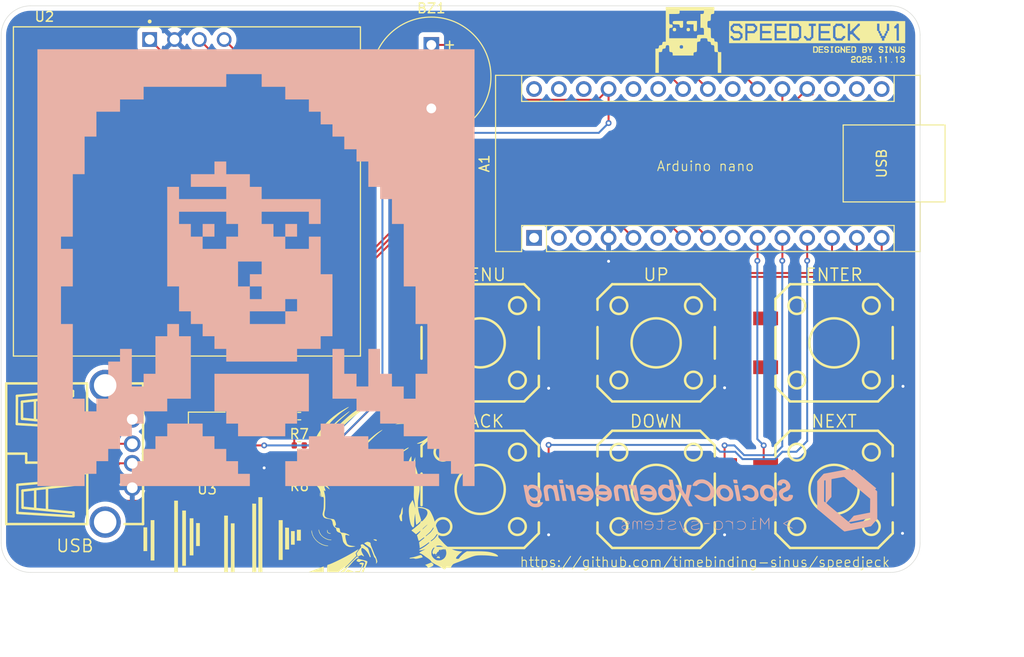
<source format=kicad_pcb>
(kicad_pcb (version 20241229) (generator "pcbnew") (generator_version "9.0")
  (title_block (title "CYBERNATOR's MODULE [Sensor]") (date "2025-09-16") (rev "1") (company "SOCIO-CYBEREENG") (comment 1 "CYBERNATOR") (comment 2 "S5-v1") (comment 3 "Made by CERCEL") (comment 4 "Sensor of Voice"))
  (layers (0 "F.Cu" signal) (2 "B.Cu" signal) (13 "F.Paste" user) (15 "B.Paste" user) (5 "F.SilkS" user "F.Silkscreen") (7 "B.SilkS" user "B.Silkscreen") (1 "F.Mask" user) (3 "B.Mask" user) (25 "Edge.Cuts" user))
  (net 0 "")
  (net 1 "GND")
  (net 2 "Net-(D1-A)")
  (net 3 "Net-(D2-A)")
  (net 7 "D2")
  (net 10 "D10")
  (net 11 "A1")
  (net 12 "A5")
  (net 13 "D8")
  (net 14 "A2")
  (net 17 "D9")
  (net 19 "+3.3V")
  (net 20 "D11")
  (net 23 "D12")
  (net 25 "D7")
  (net 26 "A0")
  (net 27 "D4")
  (net 31 "D5")
  (net 32 "A4")
  (net 33 "/Data-")
  (net 36 "/Data+")
  (net 37 "Net-(J1-VBUS)")
  (footprint "LED_SMD:LED_0402_1005Metric" (layer "F.Cu") (at 146.78 59.25)
    (property "Reference" "D1" (at 0 -1.17 0) (layer "F.SilkS"))
    (property "Value" "LED")
    (pad "1" smd roundrect (at -0.485 0) (size 0.59 0.64) (layers "F.Cu" "F.Mask" "F.Paste") (net 1 "GND"))
    (pad "2" smd roundrect (at 0.485 0) (size 0.59 0.64) (layers "F.Cu" "F.Mask" "F.Paste") (net 2 "Net-(D1-A)"))
  )
  (footprint "Resistor_SMD:R_0402_1005Metric" (layer "F.Cu") (at 135.49 82)
    (property "Reference" "R1" (at 0 -1.17 0) (layer "F.SilkS"))
    (property "Value" "2K2")
    (pad "1" smd roundrect (at -0.51 0) (size 0.54 0.64) (layers "F.Cu" "F.Mask" "F.Paste") (net 33 "/Data-"))
    (pad "2" smd roundrect (at 0.51 0) (size 0.54 0.64) (layers "F.Cu" "F.Mask" "F.Paste") (net 31 "D5"))
  )
  (footprint "SC:LCD_OLED_128X64_1.3_I2C" (layer "F.Cu") (at 124 59)
    (property "Reference" "U2" (at -14.575 -17.885 0) (layer "F.SilkS"))
    (property "Value" "Adafruit SSD1306 1.3 inch")
    (pad "1" thru_hole rect (at -3.81 -15.55) (size 1.508 1.508) (drill 1) (layers "*.Cu" "*.Mask") (net 19 "+3.3V"))
    (pad "2" thru_hole circle (at -1.27 -15.55) (size 1.508 1.508) (drill 1) (layers "*.Cu" "*.Mask") (net 1 "GND"))
    (pad "3" thru_hole circle (at 1.27 -15.55) (size 1.508 1.508) (drill 1) (layers "*.Cu" "*.Mask") (net 12 "A5"))
    (pad "4" thru_hole circle (at 3.81 -15.55) (size 1.508 1.508) (drill 1) (layers "*.Cu" "*.Mask") (net 32 "A4"))
  )
  (footprint "SC:SW-SMD_4P-L12.0-W12.0-P5.00-LS15.2" (layer "F.Cu") (at 172 89.5)
    (property "Reference" "DOWN" (at 0 -6.962 0) (layer "F.SilkS") (effects (font (size 1.27 1.27))))
    (property "Value" "SW_Push")
    (pad "1" smd rect (at -7 -2.4999) (size 2.54 1.4) (layers "F.Cu" "F.Mask" "F.Paste"))
    (pad "1" smd rect (at -7 2.4999) (size 2.54 1.4) (layers "F.Cu" "F.Mask" "F.Paste"))
    (pad "2" smd rect (at 7 -2.4999) (size 2.54 1.4) (layers "F.Cu" "F.Mask" "F.Paste") (net 13 "D8"))
    (pad "2" smd rect (at 7 2.4999) (size 2.54 1.4) (layers "F.Cu" "F.Mask" "F.Paste") (net 1 "GND"))
  )
  (footprint "Resistor_SMD:R_0402_1005Metric" (layer "F.Cu") (at 149.27 59.25)
    (property "Reference" "R3" (at 0 -1.17 0) (layer "F.SilkS"))
    (property "Value" "1K")
    (pad "1" smd roundrect (at -0.51 0) (size 0.54 0.64) (layers "F.Cu" "F.Mask" "F.Paste") (net 2 "Net-(D1-A)"))
    (pad "2" smd roundrect (at 0.51 0) (size 0.54 0.64) (layers "F.Cu" "F.Mask" "F.Paste") (net 26 "A0"))
  )
  (footprint "Module:Arduino_Nano" (layer "F.Cu") (at 159.512 63.754 90)
    (property "Reference" "A1" (at 7.62 -5.08 90) (layer "F.SilkS"))
    (property "Value" "Arduino_Nano_v3.x")
    (fp_text user "USB" (at 7.62 35.56 90) (layer "F.SilkS"))
    (pad "1" thru_hole rect (at 0 0 90) (size 1.6 1.6) (drill 1) (layers "*.Cu" "*.Mask"))
    (pad "2" thru_hole oval (at 0 2.54 90) (size 1.6 1.6) (drill 1) (layers "*.Cu" "*.Mask"))
    (pad "3" thru_hole oval (at 0 5.08 90) (size 1.6 1.6) (drill 1) (layers "*.Cu" "*.Mask"))
    (pad "4" thru_hole oval (at 0 7.62 90) (size 1.6 1.6) (drill 1) (layers "*.Cu" "*.Mask") (net 1 "GND"))
    (pad "5" thru_hole oval (at 0 10.16 90) (size 1.6 1.6) (drill 1) (layers "*.Cu" "*.Mask") (net 7 "D2"))
    (pad "6" thru_hole oval (at 0 12.7 90) (size 1.6 1.6) (drill 1) (layers "*.Cu" "*.Mask"))
    (pad "7" thru_hole oval (at 0 15.24 90) (size 1.6 1.6) (drill 1) (layers "*.Cu" "*.Mask") (net 27 "D4"))
    (pad "8" thru_hole oval (at 0 17.78 90) (size 1.6 1.6) (drill 1) (layers "*.Cu" "*.Mask") (net 31 "D5"))
    (pad "9" thru_hole oval (at 0 20.32 90) (size 1.6 1.6) (drill 1) (layers "*.Cu" "*.Mask"))
    (pad "10" thru_hole oval (at 0 22.86 90) (size 1.6 1.6) (drill 1) (layers "*.Cu" "*.Mask") (net 25 "D7"))
    (pad "11" thru_hole oval (at 0 25.4 90) (size 1.6 1.6) (drill 1) (layers "*.Cu" "*.Mask") (net 13 "D8"))
    (pad "12" thru_hole oval (at 0 27.94 90) (size 1.6 1.6) (drill 1) (layers "*.Cu" "*.Mask") (net 17 "D9"))
    (pad "13" thru_hole oval (at 0 30.48 90) (size 1.6 1.6) (drill 1) (layers "*.Cu" "*.Mask") (net 10 "D10"))
    (pad "14" thru_hole oval (at 0 33.02 90) (size 1.6 1.6) (drill 1) (layers "*.Cu" "*.Mask") (net 20 "D11"))
    (pad "15" thru_hole oval (at 0 35.56 90) (size 1.6 1.6) (drill 1) (layers "*.Cu" "*.Mask") (net 23 "D12"))
    (pad "16" thru_hole oval (at 15.24 35.56 90) (size 1.6 1.6) (drill 1) (layers "*.Cu" "*.Mask"))
    (pad "17" thru_hole oval (at 15.24 33.02 90) (size 1.6 1.6) (drill 1) (layers "*.Cu" "*.Mask"))
    (pad "18" thru_hole oval (at 15.24 30.48 90) (size 1.6 1.6) (drill 1) (layers "*.Cu" "*.Mask"))
    (pad "19" thru_hole oval (at 15.24 27.94 90) (size 1.6 1.6) (drill 1) (layers "*.Cu" "*.Mask") (net 26 "A0"))
    (pad "20" thru_hole oval (at 15.24 25.4 90) (size 1.6 1.6) (drill 1) (layers "*.Cu" "*.Mask") (net 11 "A1"))
    (pad "21" thru_hole oval (at 15.24 22.86 90) (size 1.6 1.6) (drill 1) (layers "*.Cu" "*.Mask") (net 14 "A2"))
    (pad "22" thru_hole oval (at 15.24 20.32 90) (size 1.6 1.6) (drill 1) (layers "*.Cu" "*.Mask"))
    (pad "23" thru_hole oval (at 15.24 17.78 90) (size 1.6 1.6) (drill 1) (layers "*.Cu" "*.Mask") (net 32 "A4"))
    (pad "24" thru_hole oval (at 15.24 15.24 90) (size 1.6 1.6) (drill 1) (layers "*.Cu" "*.Mask") (net 12 "A5"))
    (pad "25" thru_hole oval (at 15.24 12.7 90) (size 1.6 1.6) (drill 1) (layers "*.Cu" "*.Mask"))
    (pad "26" thru_hole oval (at 15.24 10.16 90) (size 1.6 1.6) (drill 1) (layers "*.Cu" "*.Mask"))
    (pad "27" thru_hole oval (at 15.24 7.62 90) (size 1.6 1.6) (drill 1) (layers "*.Cu" "*.Mask") (net 19 "+3.3V"))
    (pad "28" thru_hole oval (at 15.24 5.08 90) (size 1.6 1.6) (drill 1) (layers "*.Cu" "*.Mask"))
    (pad "29" thru_hole oval (at 15.24 2.54 90) (size 1.6 1.6) (drill 1) (layers "*.Cu" "*.Mask"))
    (pad "30" thru_hole oval (at 15.24 0 90) (size 1.6 1.6) (drill 1) (layers "*.Cu" "*.Mask"))
  )
  (footprint "SC:SW-SMD_4P-L12.0-W12.0-P5.00-LS15.2" (layer "F.Cu") (at 190.2 74.5)
    (property "Reference" "ENTER" (at 0 -6.962 0) (layer "F.SilkS") (effects (font (size 1.27 1.27))))
    (property "Value" "SW_Push")
    (pad "1" smd rect (at -7 -2.4999) (size 2.54 1.4) (layers "F.Cu" "F.Mask" "F.Paste"))
    (pad "1" smd rect (at -7 2.4999) (size 2.54 1.4) (layers "F.Cu" "F.Mask" "F.Paste"))
    (pad "2" smd rect (at 7 -2.4999) (size 2.54 1.4) (layers "F.Cu" "F.Mask" "F.Paste") (net 23 "D12"))
    (pad "2" smd rect (at 7 2.4999) (size 2.54 1.4) (layers "F.Cu" "F.Mask" "F.Paste") (net 1 "GND"))
  )
  (footprint "SC:SW-SMD_4P-L12.0-W12.0-P5.00-LS15.2" (layer "F.Cu") (at 154 89.5)
    (property "Reference" "BACK" (at 0 -6.962 0) (layer "F.SilkS") (effects (font (size 1.27 1.27))))
    (property "Value" "SW_Push")
    (pad "1" smd rect (at -7 -2.4999) (size 2.54 1.4) (layers "F.Cu" "F.Mask" "F.Paste"))
    (pad "1" smd rect (at -7 2.4999) (size 2.54 1.4) (layers "F.Cu" "F.Mask" "F.Paste"))
    (pad "2" smd rect (at 7 -2.4999) (size 2.54 1.4) (layers "F.Cu" "F.Mask" "F.Paste") (net 17 "D9"))
    (pad "2" smd rect (at 7 2.4999) (size 2.54 1.4) (layers "F.Cu" "F.Mask" "F.Paste") (net 1 "GND"))
  )
  (footprint "Logos:SpeedJeck1v_add" (layer "F.Cu") (at 188.456289 44.141672)
    (property "Reference" "G***" (hide yes))
    (property "Value" "LOGO" (hide yes))
  )
  (footprint "Resistor_SMD:R_0402_1005Metric" (layer "F.Cu") (at 135.51 88 180)
    (property "Reference" "R8" (at 0 -1.17 0) (layer "F.SilkS"))
    (property "Value" "68")
    (pad "1" smd roundrect (at -0.51 0 180) (size 0.54 0.64) (layers "F.Cu" "F.Mask" "F.Paste") (net 7 "D2"))
    (pad "2" smd roundrect (at 0.51 0 180) (size 0.54 0.64) (layers "F.Cu" "F.Mask" "F.Paste") (net 36 "/Data+"))
  )
  (footprint "SC:USB-A-TH_USB-M-1_C2346" (layer "F.Cu") (at 117.022 85.852 180)
    (property "Reference" "USB" (at 4.479 -9.4352 0) (layer "F.SilkS") (effects (font (size 1.27 1.27))))
    (property "Value" "USB_A")
    (pad "1" thru_hole oval (at -1.3856 3.5204 180) (size 1.7 1.7) (drill 1.1) (layers "*.Cu" "*.Mask") (net 37 "Net-(J1-VBUS)"))
    (pad "2" thru_hole oval (at -1.3856 1.0185 180) (size 1.7 1.7) (drill 1.1) (layers "*.Cu" "*.Mask") (net 33 "/Data-"))
    (pad "3" thru_hole oval (at -1.3856 -0.9804 180) (size 1.7 1.7) (drill 1.1) (layers "*.Cu" "*.Mask") (net 36 "/Data+"))
    (pad "4" thru_hole oval (at -1.3856 -3.4798 180) (size 1.7 1.7) (drill 1.1) (layers "*.Cu" "*.Mask") (net 1 "GND"))
    (pad "5" thru_hole oval (at 1.3856 -7.0002) (size 3.2 3.2) (drill 2.3) (layers "*.Cu" "*.Mask"))
    (pad "5" thru_hole oval (at 1.3856 7.0002) (size 3.2 3.2) (drill 2.3) (layers "*.Cu" "*.Mask"))
  )
  (footprint "Resistor_SMD:R_0402_1005Metric" (layer "F.Cu") (at 135.49 85)
    (property "Reference" "R7" (at 0 -1.17 0) (layer "F.SilkS"))
    (property "Value" "68")
    (pad "1" smd roundrect (at -0.51 0) (size 0.54 0.64) (layers "F.Cu" "F.Mask" "F.Paste") (net 33 "/Data-"))
    (pad "2" smd roundrect (at 0.51 0) (size 0.54 0.64) (layers "F.Cu" "F.Mask" "F.Paste") (net 27 "D4"))
  )
  (footprint "SC:SW-SMD_4P-L12.0-W12.0-P5.00-LS15.2" (layer "F.Cu") (at 154 74.5)
    (property "Reference" "MENU" (at 0 -6.962 0) (layer "F.SilkS") (effects (font (size 1.27 1.27))))
    (property "Value" "SW_Push")
    (pad "1" smd rect (at -7 -2.4999) (size 2.54 1.4) (layers "F.Cu" "F.Mask" "F.Paste"))
    (pad "1" smd rect (at -7 2.4999) (size 2.54 1.4) (layers "F.Cu" "F.Mask" "F.Paste"))
    (pad "2" smd rect (at 7 -2.4999) (size 2.54 1.4) (layers "F.Cu" "F.Mask" "F.Paste") (net 10 "D10"))
    (pad "2" smd rect (at 7 2.4999) (size 2.54 1.4) (layers "F.Cu" "F.Mask" "F.Paste") (net 1 "GND"))
  )
  (footprint "Resistor_SMD:R_0402_1005Metric" (layer "F.Cu") (at 149.26 57)
    (property "Reference" "R2" (at 0 -1.17 0) (layer "F.SilkS"))
    (property "Value" "1K")
    (pad "1" smd roundrect (at -0.51 0) (size 0.54 0.64) (layers "F.Cu" "F.Mask" "F.Paste") (net 3 "Net-(D2-A)"))
    (pad "2" smd roundrect (at 0.51 0) (size 0.54 0.64) (layers "F.Cu" "F.Mask" "F.Paste") (net 11 "A1"))
  )
  (footprint "Buzzer_Beeper:MagneticBuzzer_ProSignal_ABT-410-RC" (layer "F.Cu") (at 149 44 -90)
    (property "Reference" "BZ1" (at -3.75 0 180) (layer "F.SilkS"))
    (property "Value" "Buzzer")
    (fp_text user "+" (at 0 -1.8 90) (layer "F.SilkS"))
    (pad "1" thru_hole rect (at 0 0 270) (size 1.6 1.6) (drill 1) (layers "*.Cu" "*.Mask") (net 14 "A2"))
    (pad "2" thru_hole circle (at 6.5 0 270) (size 1.6 1.6) (drill 1) (layers "*.Cu" "*.Mask") (net 1 "GND"))
  )
  (footprint "Logos:Linara" (layer "F.Cu") (at 138.938 88.138)
    (property "Reference" "G***" (hide yes))
    (property "Value" "LOGO" (hide yes))
  )
  (footprint "SC:SW-SMD_4P-L12.0-W12.0-P5.00-LS15.2" (layer "F.Cu") (at 190.2 89.5)
    (property "Reference" "NEXT" (at 0 -6.962 0) (layer "F.SilkS") (effects (font (size 1.27 1.27))))
    (property "Value" "SW_Push")
    (pad "1" smd rect (at -7 -2.4999) (size 2.54 1.4) (layers "F.Cu" "F.Mask" "F.Paste") (net 25 "D7"))
    (pad "1" smd rect (at -7 2.4999) (size 2.54 1.4) (layers "F.Cu" "F.Mask" "F.Paste"))
    (pad "2" smd rect (at 7 -2.4999) (size 2.54 1.4) (layers "F.Cu" "F.Mask" "F.Paste"))
    (pad "2" smd rect (at 7 2.4999) (size 2.54 1.4) (layers "F.Cu" "F.Mask" "F.Paste") (net 1 "GND"))
  )
  (footprint "Logos:Jack" (layer "F.Cu") (at 175.006 42.926)
    (property "Reference" "G***" (hide yes))
    (property "Value" "LOGO" (hide yes))
  )
  (footprint "LED_SMD:LED_0402_1005Metric" (layer "F.Cu") (at 146.77 57)
    (property "Reference" "D2" (at 0 -1.17 0) (layer "F.SilkS"))
    (property "Value" "LED")
    (pad "1" smd roundrect (at -0.485 0) (size 0.59 0.64) (layers "F.Cu" "F.Mask" "F.Paste") (net 1 "GND"))
    (pad "2" smd roundrect (at 0.485 0) (size 0.59 0.64) (layers "F.Cu" "F.Mask" "F.Paste") (net 3 "Net-(D2-A)"))
  )
  (footprint "SC:SW-SMD_4P-L12.0-W12.0-P5.00-LS15.2" (layer "F.Cu") (at 172 74.5)
    (property "Reference" "UP" (at 0 -6.962 0) (layer "F.SilkS") (effects (font (size 1.27 1.27))))
    (property "Value" "SW_Push")
    (pad "1" smd rect (at -7 -2.4999) (size 2.54 1.4) (layers "F.Cu" "F.Mask" "F.Paste"))
    (pad "1" smd rect (at -7 2.4999) (size 2.54 1.4) (layers "F.Cu" "F.Mask" "F.Paste"))
    (pad "2" smd rect (at 7 -2.4999) (size 2.54 1.4) (layers "F.Cu" "F.Mask" "F.Paste") (net 20 "D11"))
    (pad "2" smd rect (at 7 2.4999) (size 2.54 1.4) (layers "F.Cu" "F.Mask" "F.Paste") (net 1 "GND"))
  )
  (footprint "Package_TO_SOT_SMD:SOT-223-3_TabPin2" (layer "F.Cu") (at 126.06 85 180)
    (property "Reference" "U3" (at 0 -4.5 0) (layer "F.SilkS"))
    (property "Value" "AMS1117-3.3")
    (pad "1" smd roundrect (at -3.15 -2.3 180) (size 2 1.5) (layers "F.Cu" "F.Mask" "F.Paste") (net 1 "GND"))
    (pad "2" smd roundrect (at -3.15 0 180) (size 2 1.5) (layers "F.Cu" "F.Mask" "F.Paste") (net 19 "+3.3V"))
    (pad "2" smd roundrect (at 3.15 0 180) (size 2 3.8) (layers "F.Cu" "F.Mask" "F.Paste") (net 19 "+3.3V"))
    (pad "3" smd roundrect (at -3.15 2.3 180) (size 2 1.5) (layers "F.Cu" "F.Mask" "F.Paste") (net 37 "Net-(J1-VBUS)"))
  )
  (footprint "Logos:SC" (layer "B.Cu") (at 178 91 180)
    (property "Reference" "G***" (hide yes))
    (property "Value" "LOGO" (hide yes))
  )
  (footprint "Logos:Nowo" (layer "B.Cu") (at 131.064 66.802 180)
    (property "Reference" "G***" (hide yes))
    (property "Value" "LOGO" (hide yes))
  )
  (gr_arc (start 199 95) (mid 198.12132 97.12132) (end 196 98) (stroke (width 0.05)) (layer "Edge.Cuts"))
  (gr_line (start 105 43) (end 105 95) (stroke (width 0.05)) (layer "Edge.Cuts"))
  (gr_arc (start 107.999999 98) (mid 105.878679 97.12132) (end 104.999999 95) (stroke (width 0.05)) (layer "Edge.Cuts"))
  (gr_arc (start 196 40) (mid 198.12132 40.87868) (end 199 43) (stroke (width 0.05)) (layer "Edge.Cuts"))
  (gr_line (start 199 43) (end 199 95) (stroke (width 0.05)) (layer "Edge.Cuts"))
  (gr_arc (start 105 43) (mid 105.87868 40.87868) (end 108 40) (stroke (width 0.05)) (layer "Edge.Cuts"))
  (gr_line (start 196 98) (end 108 98) (stroke (width 0.05)) (layer "Edge.Cuts"))
  (gr_line (start 108 40) (end 196 40) (stroke (width 0.05)) (layer "Edge.Cuts"))
  (gr_text "https://github.com/timebinding-sinus/speedjeck" (at 157.988 97.536 -0) (layer "F.SilkS") (effects (font (size 1 1) (thickness 0.1)) (justify left bottom)))
  (gr_text "Arduino nano" (at 172 57 0) (layer "F.SilkS") (effects (font (size 1 1) (thickness 0.1)) (justify left bottom)))
  (segment (start 129.15 87.3) (end 131.9 87.3) (width 0.2) (layer "F.Cu") (net 1))
  (segment (start 146.285 55.615) (end 149 52.9) (width 0.2) (layer "F.Cu") (net 1))
  (segment (start 146.295 59.25) (end 146.295 57.01) (width 0.2) (layer "F.Cu") (net 1))
  (segment (start 146.295 57.01) (end 146.285 57) (width 0.2) (layer "F.Cu") (net 1))
  (segment (start 179 94.15) (end 179 92) (width 0.2) (layer "F.Cu") (net 1))
  (segment (start 149 52.9) (end 149 50.5) (width 0.2) (layer "F.Cu") (net 1))
  (segment (start 167.132 66.15) (end 167.132 63.754) (width 0.2) (layer "F.Cu") (net 1))
  (segment (start 161 92) (end 161 94.15) (width 0.2) (layer "F.Cu") (net 1))
  (segment (start 146.285 57) (end 146.285 55.615) (width 0.2) (layer "F.Cu") (net 1))
  (segment (start 179 79.1) (end 179 76.9999) (width 0.2) (layer "F.Cu") (net 1))
  (segment (start 197.25 77) (end 197.25 78.95) (width 0.2) (layer "F.Cu") (net 1))
  (segment (start 161 77) (end 161 79.15) (width 0.2) (layer "F.Cu") (net 1))
  (segment (start 197.2 94) (end 197.2 91.9999) (width 0.2) (layer "F.Cu") (net 1))
  (via (at 197.25 78.95) (size 0.6) (drill 0.3) (layers "F.Cu" "B.Cu") (net 1))
  (via (at 179 79.1) (size 0.6) (drill 0.3) (layers "F.Cu" "B.Cu") (net 1))
  (via (at 161 79.15) (size 0.6) (drill 0.3) (layers "F.Cu" "B.Cu") (net 1))
  (via (at 167.132 66.15) (size 0.6) (drill 0.3) (layers "F.Cu" "B.Cu") (net 1))
  (via (at 131.9 87.3) (size 0.6) (drill 0.3) (layers "F.Cu" "B.Cu") (net 1))
  (via (at 197.2 94) (size 0.6) (drill 0.3) (layers "F.Cu" "B.Cu") (net 1))
  (via (at 161 94.15) (size 0.6) (drill 0.3) (layers "F.Cu" "B.Cu") (net 1))
  (via (at 179 94.15) (size 0.6) (drill 0.3) (layers "F.Cu" "B.Cu") (net 1))
  (segment (start 148.76 59.25) (end 147.265 59.25) (width 0.2) (layer "F.Cu") (net 2))
  (segment (start 148.75 57) (end 147.255 57) (width 0.2) (layer "F.Cu") (net 3))
  (segment (start 143.0671 66.0671) (end 147.3322 61.802) (width 0.2) (layer "F.Cu") (net 7))
  (segment (start 143.0671 80.9529) (end 143.0671 66.0671) (width 0.2) (layer "F.Cu") (net 7))
  (segment (start 167.72 61.802) (end 169.672 63.754) (width 0.2) (layer "F.Cu") (net 7))
  (segment (start 136.02 88) (end 143.0671 80.9529) (width 0.2) (layer "F.Cu") (net 7))
  (segment (start 147.3322 61.802) (end 167.72 61.802) (width 0.2) (layer "F.Cu") (net 7))
  (segment (start 189.992 66.357) (end 189 67.349) (width 0.2) (layer "F.Cu") (net 10))
  (segment (start 189 67.349) (end 180.0839 67.349) (width 0.2) (layer "F.Cu") (net 10))
  (segment (start 189.992 63.754) (end 189.992 66.357) (width 0.2) (layer "F.Cu") (net 10))
  (segment (start 176.4839 70.949) (end 162.051 70.949) (width 0.2) (layer "F.Cu") (net 10))
  (segment (start 162.051 70.949) (end 161 72) (width 0.2) (layer "F.Cu") (net 10))
  (segment (start 180.0839 67.349) (end 176.4839 70.949) (width 0.2) (layer "F.Cu") (net 10))
  (segment (start 184.912 55.088) (end 183 57) (width 0.2) (layer "F.Cu") (net 11))
  (segment (start 183 57) (end 149.77 57) (width 0.2) (layer "F.Cu") (net 11))
  (segment (start 184.912 48.514) (end 184.912 55.088) (width 0.2) (layer "F.Cu") (net 11))
  (segment (start 174.752 48.514) (end 173.238 47) (width 0.2) (layer "F.Cu") (net 12))
  (segment (start 173.238 47) (end 128.82 47) (width 0.2) (layer "F.Cu") (net 12))
  (segment (start 128.82 47) (end 125.27 43.45) (width 0.2) (layer "F.Cu") (net 12))
  (segment (start 184.912 66.088) (end 184.9 66.1) (width 0.2) (layer "F.Cu") (net 13))
  (segment (start 184.912 63.754) (end 184.912 66.088) (width 0.2) (layer "F.Cu") (net 13))
  (segment (start 179 87) (end 179 85) (width 0.2) (layer "F.Cu") (net 13))
  (via (at 179 85) (size 0.6) (drill 0.3) (layers "F.Cu" "B.Cu") (net 13))
  (via (at 184.9 66.1) (size 0.6) (drill 0.3) (layers "F.Cu" "B.Cu") (net 13))
  (segment (start 184 86) (end 181 86) (width 0.2) (layer "B.Cu") (net 13))
  (segment (start 184.9 66.1) (end 184.9 85.1) (width 0.2) (layer "B.Cu") (net 13))
  (segment (start 180 85) (end 179 85) (width 0.2) (layer "B.Cu") (net 13))
  (segment (start 184.9 85.1) (end 184 86) (width 0.2) (layer "B.Cu") (net 13))
  (segment (start 181 86) (end 180 85) (width 0.2) (layer "B.Cu") (net 13))
  (segment (start 177.858 44) (end 149 44) (width 0.2) (layer "F.Cu") (net 14))
  (segment (start 182.372 48.514) (end 177.858 44) (width 0.2) (layer "F.Cu") (net 14))
  (segment (start 187.45 66.1) (end 187.452 66.098) (width 0.2) (layer "F.Cu") (net 17))
  (segment (start 187.452 66.098) (end 187.452 63.754) (width 0.2) (layer "F.Cu") (net 17))
  (segment (start 161 87) (end 161 84.95) (width 0.2) (layer "F.Cu") (net 17))
  (via (at 161 84.95) (size 0.6) (drill 0.3) (layers "F.Cu" "B.Cu") (net 17))
  (via (at 187.45 66.1) (size 0.6) (drill 0.3) (layers "F.Cu" "B.Cu") (net 17))
  (segment (start 180.0829 85.65) (end 180.8339 86.401) (width 0.2) (layer "B.Cu") (net 17))
  (segment (start 161 84.95) (end 177.85 84.95) (width 0.2) (layer "B.Cu") (net 17))
  (segment (start 184.9171 85.65) (end 186.35 85.65) (width 0.2) (layer "B.Cu") (net 17))
  (segment (start 186.35 85.65) (end 187.45 84.55) (width 0.2) (layer "B.Cu") (net 17))
  (segment (start 184.1661 86.401) (end 184.9171 85.65) (width 0.2) (layer "B.Cu") (net 17))
  (segment (start 178.55 85.65) (end 180.0829 85.65) (width 0.2) (layer "B.Cu") (net 17))
  (segment (start 177.85 84.95) (end 178.55 85.65) (width 0.2) (layer "B.Cu") (net 17))
  (segment (start 180.8339 86.401) (end 184.1661 86.401) (width 0.2) (layer "B.Cu") (net 17))
  (segment (start 187.45 84.55) (end 187.45 66.1) (width 0.2) (layer "B.Cu") (net 17))
  (segment (start 129.15 85) (end 131.9 85) (width 0.2) (layer "F.Cu") (net 19))
  (segment (start 124.74 48) (end 120.19 43.45) (width 0.2) (layer "F.Cu") (net 19))
  (segment (start 167.132 52) (end 167.132 48.514) (width 0.2) (layer "F.Cu") (net 19))
  (segment (start 166.031 49.615) (end 157.615 49.615) (width 0.2) (layer "F.Cu") (net 19))
  (segment (start 157.615 49.615) (end 156 48) (width 0.2) (layer "F.Cu") (net 19))
  (segment (start 156 48) (end 124.74 48) (width 0.2) (layer "F.Cu") (net 19))
  (segment (start 167.132 48.514) (end 166.031 49.615) (width 0.2) (layer "F.Cu") (net 19))
  (via (at 167.132 52) (size 0.6) (drill 0.3) (layers "F.Cu" "B.Cu") (net 19))
  (via (at 131.9 85) (size 0.6) (drill 0.3) (layers "F.Cu" "B.Cu") (net 19))
  (segment (start 148 53) (end 144 57) (width 0.2) (layer "B.Cu") (net 19))
  (segment (start 144 57) (end 144 80) (width 0.2) (layer "B.Cu") (net 19))
  (segment (start 139 85) (end 131.9 85) (width 0.2) (layer "B.Cu") (net 19))
  (segment (start 167.132 52) (end 166.132 53) (width 0.2) (layer "B.Cu") (net 19))
  (segment (start 144 80) (end 139 85) (width 0.2) (layer "B.Cu") (net 19))
  (segment (start 166.132 53) (end 148 53) (width 0.2) (layer "B.Cu") (net 19))
  (segment (start 179 72) (end 179 69) (width 0.2) (layer "F.Cu") (net 20))
  (segment (start 192.532 66.218) (end 192.532 63.754) (width 0.2) (layer "F.Cu") (net 20))
  (segment (start 180.25 67.75) (end 191 67.75) (width 0.2) (layer "F.Cu") (net 20))
  (segment (start 191 67.75) (end 192.532 66.218) (width 0.2) (layer "F.Cu") (net 20))
  (segment (start 179 69) (end 180.25 67.75) (width 0.2) (layer "F.Cu") (net 20))
  (segment (start 197.25 69.5) (end 195.072 67.322) (width 0.2) (layer "F.Cu") (net 23))
  (segment (start 195.072 67.322) (end 195.072 63.754) (width 0.2) (layer "F.Cu") (net 23))
  (segment (start 197.25 72) (end 197.25 69.5) (width 0.2) (layer "F.Cu") (net 23))
  (segment (start 182.372 63.754) (end 182.372 66.078) (width 0.2) (layer "F.Cu") (net 25))
  (segment (start 182.372 66.078) (end 182.35 66.1) (width 0.2) (layer "F.Cu") (net 25))
  (segment (start 183 87) (end 183 85) (width 0.2) (layer "F.Cu") (net 25))
  (via (at 183 85) (size 0.6) (drill 0.3) (layers "F.Cu" "B.Cu") (net 25))
  (via (at 182.35 66.1) (size 0.6) (drill 0.3) (layers "F.Cu" "B.Cu") (net 25))
  (segment (start 182.35 84.35) (end 183 85) (width 0.2) (layer "B.Cu") (net 25))
  (segment (start 182.35 66.1) (end 182.35 84.35) (width 0.2) (layer "B.Cu") (net 25))
  (segment (start 183.1661 57.401) (end 185.313 55.2541) (width 0.2) (layer "F.Cu") (net 26))
  (segment (start 151.151 59.25) (end 153 57.401) (width 0.2) (layer "F.Cu") (net 26))
  (segment (start 153 57.401) (end 183.1661 57.401) (width 0.2) (layer "F.Cu") (net 26))
  (segment (start 185.313 50.653) (end 187.452 48.514) (width 0.2) (layer "F.Cu") (net 26))
  (segment (start 149.78 59.25) (end 151.151 59.25) (width 0.2) (layer "F.Cu") (net 26))
  (segment (start 185.313 55.2541) (end 185.313 50.653) (width 0.2) (layer "F.Cu") (net 26))
  (segment (start 188 49.062) (end 187.452 48.514) (width 0.2) (layer "F.Cu") (net 26))
  (segment (start 142.401 79.599) (end 142.401 66.1661) (width 0.2) (layer "F.Cu") (net 27))
  (segment (start 137 85) (end 142.401 79.599) (width 0.2) (layer "F.Cu") (net 27))
  (segment (start 147.1661 61.401) (end 172.399 61.401) (width 0.2) (layer "F.Cu") (net 27))
  (segment (start 136 85) (end 137 85) (width 0.2) (layer "F.Cu") (net 27))
  (segment (start 172.399 61.401) (end 174.752 63.754) (width 0.2) (layer "F.Cu") (net 27))
  (segment (start 142.401 66.1661) (end 147.1661 61.401) (width 0.2) (layer "F.Cu") (net 27))
  (segment (start 142 66) (end 147 61) (width 0.2) (layer "F.Cu") (net 31))
  (segment (start 138 82) (end 142 78) (width 0.2) (layer "F.Cu") (net 31))
  (segment (start 136 82) (end 138 82) (width 0.2) (layer "F.Cu") (net 31))
  (segment (start 147 61) (end 174.538 61) (width 0.2) (layer "F.Cu") (net 31))
  (segment (start 174.538 61) (end 177.292 63.754) (width 0.2) (layer "F.Cu") (net 31))
  (segment (start 142 78) (end 142 66) (width 0.2) (layer "F.Cu") (net 31))
  (segment (start 127.81 43.45) (end 130.959 46.599) (width 0.2) (layer "F.Cu") (net 32))
  (segment (start 175.377 46.599) (end 177.292 48.514) (width 0.2) (layer "F.Cu") (net 32))
  (segment (start 130.959 46.599) (end 175.377 46.599) (width 0.2) (layer "F.Cu") (net 32))
  (segment (start 116.84 81.534) (end 117.581476 80.792524) (width 0.2) (layer "F.Cu") (net 33))
  (segment (start 117.0915 84.8335) (end 116.84 84.582) (width 0.2) (layer "F.Cu") (net 33))
  (segment (start 134.98 81.28) (end 134.98 82) (width 0.2) (layer "F.Cu") (net 33))
  (segment (start 134.492524 80.792524) (end 134.98 81.28) (width 0.2) (layer "F.Cu") (net 33))
  (segment (start 118.4076 84.8335) (end 117.0915 84.8335) (width 0.2) (layer "F.Cu") (net 33))
  (segment (start 116.84 84.582) (end 116.84 81.534) (width 0.2) (layer "F.Cu") (net 33))
  (segment (start 117.581476 80.792524) (end 134.492524 80.792524) (width 0.2) (layer "F.Cu") (net 33))
  (segment (start 134.98 85) (end 134.98 82) (width 0.2) (layer "F.Cu") (net 33))
  (segment (start 134.422 90.678) (end 135 90.1) (width 0.2) (layer "F.Cu") (net 36))
  (segment (start 116.84 87.122) (end 116.84 90.17) (width 0.2) (layer "F.Cu") (net 36))
  (segment (start 117.1296 86.8324) (end 116.84 87.122) (width 0.2) (layer "F.Cu") (net 36))
  (segment (start 135 90.1) (end 135 88) (width 0.2) (layer "F.Cu") (net 36))
  (segment (start 116.84 90.17) (end 117.348 90.678) (width 0.2) (layer "F.Cu") (net 36))
  (segment (start 117.348 90.678) (end 134.422 90.678) (width 0.2) (layer "F.Cu") (net 36))
  (segment (start 118.4076 86.8324) (end 117.1296 86.8324) (width 0.2) (layer "F.Cu") (net 36))
  (segment (start 128.8 81.2) (end 129.15 81.55) (width 0.2) (layer "F.Cu") (net 37))
  (segment (start 118.4076 82.3316) (end 119.5392 81.2) (width 0.2) (layer "F.Cu") (net 37))
  (segment (start 119.5392 81.2) (end 128.8 81.2) (width 0.2) (layer "F.Cu") (net 37))
  (segment (start 129.15 81.55) (end 129.15 82.7) (width 0.2) (layer "F.Cu") (net 37))
  (zone (net 1) (net_name "GND") (layer "B.Cu") (priority 1) (connect_pads (clearance 0.5)) (min_thickness 0.25) (fill yes (thermal_gap 0.5) (thermal_bridge_width 0.5))
    (polygon (pts (xy 104.87868 39.75736) (xy 199.12132 39.75736) (xy 199.12132 98) (xy 104.87868 98)))
  )
)
</source>
